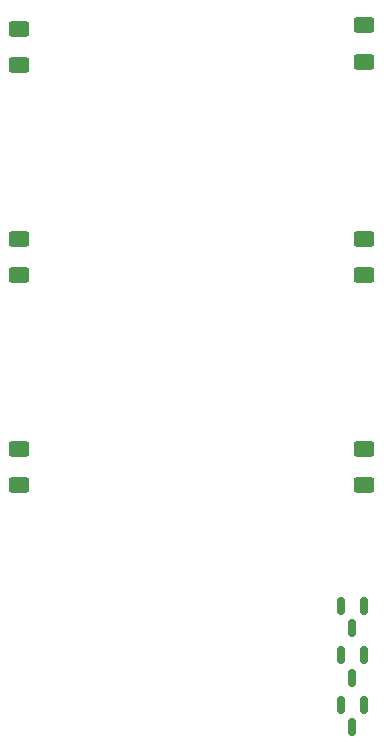
<source format=gbr>
%TF.GenerationSoftware,KiCad,Pcbnew,9.0.6*%
%TF.CreationDate,2025-11-18T00:54:51+10:00*%
%TF.ProjectId,PicoX68Key,5069636f-5836-4384-9b65-792e6b696361,rev?*%
%TF.SameCoordinates,Original*%
%TF.FileFunction,Paste,Top*%
%TF.FilePolarity,Positive*%
%FSLAX46Y46*%
G04 Gerber Fmt 4.6, Leading zero omitted, Abs format (unit mm)*
G04 Created by KiCad (PCBNEW 9.0.6) date 2025-11-18 00:54:51*
%MOMM*%
%LPD*%
G01*
G04 APERTURE LIST*
G04 Aperture macros list*
%AMRoundRect*
0 Rectangle with rounded corners*
0 $1 Rounding radius*
0 $2 $3 $4 $5 $6 $7 $8 $9 X,Y pos of 4 corners*
0 Add a 4 corners polygon primitive as box body*
4,1,4,$2,$3,$4,$5,$6,$7,$8,$9,$2,$3,0*
0 Add four circle primitives for the rounded corners*
1,1,$1+$1,$2,$3*
1,1,$1+$1,$4,$5*
1,1,$1+$1,$6,$7*
1,1,$1+$1,$8,$9*
0 Add four rect primitives between the rounded corners*
20,1,$1+$1,$2,$3,$4,$5,0*
20,1,$1+$1,$4,$5,$6,$7,0*
20,1,$1+$1,$6,$7,$8,$9,0*
20,1,$1+$1,$8,$9,$2,$3,0*%
G04 Aperture macros list end*
%ADD10RoundRect,0.250000X-0.625000X0.400000X-0.625000X-0.400000X0.625000X-0.400000X0.625000X0.400000X0*%
%ADD11RoundRect,0.150000X-0.150000X0.587500X-0.150000X-0.587500X0.150000X-0.587500X0.150000X0.587500X0*%
G04 APERTURE END LIST*
D10*
%TO.C,R9*%
X69342000Y-105130000D03*
X69342000Y-108230000D03*
%TD*%
D11*
%TO.C,SQ3*%
X98480000Y-144620000D03*
X96580000Y-144620000D03*
X97530000Y-146495000D03*
%TD*%
D10*
%TO.C,R8*%
X98552000Y-87070000D03*
X98552000Y-90170000D03*
%TD*%
D11*
%TO.C,SQ1*%
X98480000Y-136222500D03*
X96580000Y-136222500D03*
X97530000Y-138097500D03*
%TD*%
%TO.C,SQ2*%
X98480000Y-140413500D03*
X96580000Y-140413500D03*
X97530000Y-142288500D03*
%TD*%
D10*
%TO.C,R11*%
X69342000Y-122910000D03*
X69342000Y-126010000D03*
%TD*%
%TO.C,R12*%
X98552000Y-122910000D03*
X98552000Y-126010000D03*
%TD*%
%TO.C,R7*%
X69342000Y-87350000D03*
X69342000Y-90450000D03*
%TD*%
%TO.C,R10*%
X98552000Y-105130000D03*
X98552000Y-108230000D03*
%TD*%
M02*

</source>
